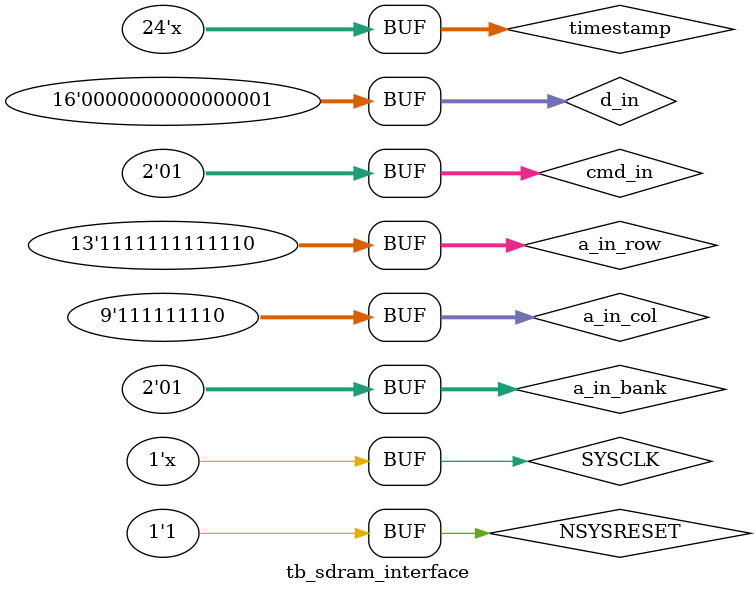
<source format=v>


`timescale 1ns/100ps

module tb_sdram_interface;

parameter SYSCLK_PERIOD = 20.8333;// 48.0001MHZ

reg SYSCLK;
reg NSYSRESET;
reg [23:0] timestamp;
reg [1:0] a_in_bank;
reg [8:0] a_in_col;
reg [12:0] a_in_row;
reg [15:0] d_in;
reg [1:0] cmd_in;

initial
begin
    SYSCLK = 1'b0;
    NSYSRESET = 1'b0;
    timestamp=24'b0;
    a_in_bank=2'b01;
    a_in_col=9'b111111110;
    a_in_row=13'b1111111111110;
    d_in=16'b0000000000000001;
    cmd_in=2'b01;
end

//////////////////////////////////////////////////////////////////////
// Reset Pulse
//////////////////////////////////////////////////////////////////////
initial
begin
    #(SYSCLK_PERIOD * 10 )
        NSYSRESET = 1'b1;
end


//////////////////////////////////////////////////////////////////////
// Clock Driver
//////////////////////////////////////////////////////////////////////
always @(SYSCLK)
    #(SYSCLK_PERIOD / 2.0) SYSCLK <= !SYSCLK;

always @(SYSCLK)
    #(100000000) timestamp=timestamp+1;


//Output Wires

wire A0,A1,A2,A3,A4,A5,A6,A7,A8,A9,A10,A11,
A12,CLK,BA0,BA1,CKE,CS,RAS,CAS,WE,DQML,DQMU;

wire status;
wire [15:0] data_read;
wire d0,d1,d2,d3,d4,d5,d6,d7,d8,d9,d10,d11,d12,d13,d14,d15;
wire [3:0] test;
//////////////////////////////////////////////////////////////////////
// Instantiate Unit Under Test:  sdram_interface
//////////////////////////////////////////////////////////////////////
sdram_interface sdram_interface_0 (
    // Inputs
    .CLK_48MHZ(SYSCLK),
    .TIMESTAMP(timestamp),
    .A_IN_BANK(a_in_bank),
    .A_IN_COL(a_in_col),
    .A_IN_ROW(a_in_row),
    .D_IN(d_in),
    .CMD_IN(cmd_in),

    // Outputs
    .SDRAM_A0(A0 ),
    .SDRAM_A1(A1 ),
    .SDRAM_A2(A2 ),
    .SDRAM_A3(A3 ),
    .SDRAM_A4(A4 ),
    .SDRAM_A5(A5 ),
    .SDRAM_A6(A6 ),
    .SDRAM_A7(A7 ),
    .SDRAM_A8(A8 ),
    .SDRAM_A9(A9 ),
    .SDRAM_A10(A10 ),
    .SDRAM_A11(A11 ),
    .SDRAM_A12(A12 ),
    .SDRAM_CLK(CLK ),
    .SDRAM_BA0(BA0 ),
    .SDRAM_BA1(BA1 ),
    .SDRAM_CKE(CKE ),
    .SDRAM_CS(CS ),
    .SDRAM_RAS(RAS ),
    .SDRAM_CAS(CAS ),
    .SDRAM_WE(WE ),
    .SDRAM_DQML(DQML ),
    .SDRAM_DQMU(DQMU ),
    .STATUS( status),
    .DATA_READ( data_read),
    .test_WC(test),
    // Inouts
    .SDRAM_D0( d0),
    .SDRAM_D1( d1),
    .SDRAM_D2( d2),
    .SDRAM_D3( d3),
    .SDRAM_D4( d4),
    .SDRAM_D5( d5),
    .SDRAM_D6( d6),
    .SDRAM_D7( d7),
    .SDRAM_D8( d8),
    .SDRAM_D9( d9),
    .SDRAM_D10( d10),
    .SDRAM_D11( d11),
    .SDRAM_D12( d12),
    .SDRAM_D13( d13),
    .SDRAM_D14( d14),
    .SDRAM_D15( d15)

);

endmodule


</source>
